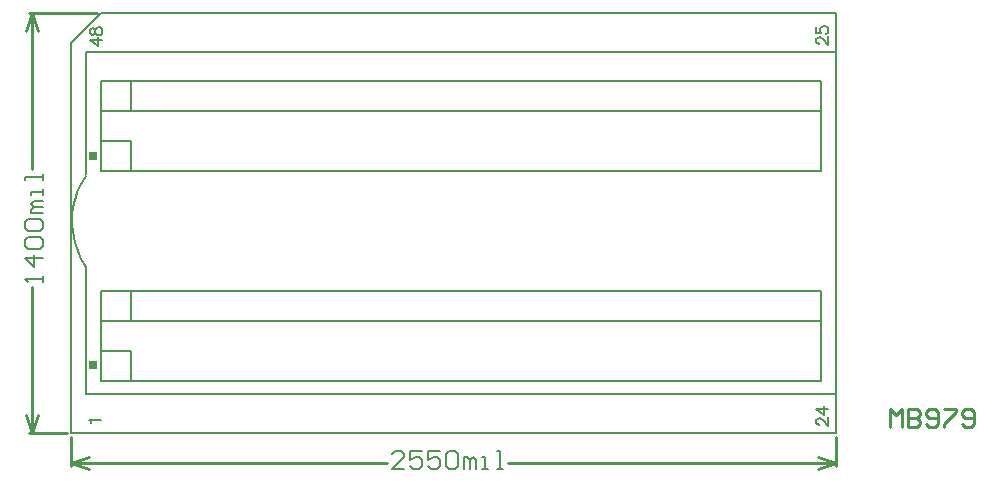
<source format=gbr>
%FSTAX23Y23*%
%MOIN*%
%SFA1B1*%

%IPPOS*%
%ADD11C,0.010000*%
%ADD12C,0.005000*%
%ADD13C,0.006000*%
%ADD17R,0.025000X0.025000*%
%LNmb979-1*%
%LPD*%
G54D11*
X5058Y4997D02*
Y5003D01*
X506Y5001*
X5062Y5003*
Y4997*
X5064Y5003D02*
Y4997D01*
X5067*
X5068Y4998*
Y4999*
X5067Y5*
X5064*
X5067*
X5068Y5001*
Y5002*
X5067Y5003*
X5064*
X507Y4998D02*
X5071Y4997D01*
X5073*
X5074Y4998*
Y5002*
X5073Y5003*
X5071*
X507Y5002*
Y5001*
X5071Y5*
X5074*
X5076Y5003D02*
X508D01*
Y5002*
X5076Y4998*
Y4997*
X5082Y4998D02*
X5083Y4997D01*
X5085*
X5086Y4998*
Y5002*
X5085Y5003*
X5083*
X5082Y5002*
Y5001*
X5083Y5*
X5086*
X504Y4984D02*
Y49938D01*
X4785Y4984D02*
Y49938D01*
X49306Y4985D02*
X504D01*
X4785D02*
X48904D01*
X5034Y4987D02*
X504Y4985D01*
X5034Y4983D02*
X504Y4985D01*
X4785D02*
X4791Y4983D01*
X4785Y4985D02*
X4791Y4987D01*
X4771Y5135D02*
X47938D01*
X4771Y4995D02*
X47838D01*
X4772Y5083D02*
Y5135D01*
Y4995D02*
Y50438D01*
X477Y5129D02*
X4772Y5135D01*
X4774Y5129*
X4772Y4995D02*
X4774Y5001D01*
X477D02*
X4772Y4995D01*
G54D12*
X47915Y51259D02*
X47942Y5124D01*
Y51269*
X47915Y51259D02*
X47955D01*
X47915Y51285D02*
X47917Y51279D01*
X47921Y51278*
X47925*
X47928Y51279*
X4793Y51283*
X47932Y51291*
X47934Y51297*
X47938Y513*
X47942Y51302*
X47947*
X47951Y513*
X47953Y51298*
X47955Y51293*
Y51285*
X47953Y51279*
X47951Y51278*
X47947Y51276*
X47942*
X47938Y51278*
X47934Y51281*
X47932Y51287*
X4793Y51295*
X47928Y51298*
X47925Y513*
X47921*
X47917Y51298*
X47915Y51293*
Y51285*
X47918Y49985D02*
X47916Y49989D01*
X4791Y49995*
X4795*
X50345Y49977D02*
X50343D01*
X50339Y49979*
X50337Y49981*
X50335Y49985*
Y49992*
X50337Y49996*
X50339Y49998*
X50343Y5*
X50346*
X5035Y49998*
X50356Y49994*
X50375Y49975*
Y50002*
X50335Y5003D02*
X50362Y50011D01*
Y50039*
X50335Y5003D02*
X50375D01*
X50345Y51247D02*
X50343D01*
X50339Y51249*
X50337Y51251*
X50335Y51255*
Y51262*
X50337Y51266*
X50339Y51268*
X50343Y5127*
X50346*
X5035Y51268*
X50356Y51264*
X50375Y51245*
Y51272*
X50335Y51303D02*
Y51284D01*
X50352Y51283*
X5035Y51284*
X50348Y5129*
Y51296*
X5035Y51302*
X50354Y51305*
X5036Y51307*
X50364*
X50369Y51305*
X50373Y51302*
X50375Y51296*
Y5129*
X50373Y51284*
X50371Y51283*
X50367Y51281*
X4795Y5135D02*
X504D01*
X4785Y4995D02*
Y5125D01*
X4795Y5135*
X504Y4995D02*
Y5135D01*
X4785Y4995D02*
X504D01*
G54D13*
X47899Y50806D02*
D01*
X47889Y50789*
X4788Y50772*
X47872Y50754*
X47866Y50736*
X47861Y50717*
X47857Y50699*
X47855Y50679*
X47854Y5066*
X47854Y50641*
X47856Y50622*
X47859Y50603*
X47863Y50584*
X47869Y50566*
X47876Y50548*
X47884Y5053*
X47893Y50514*
X47899Y50505*
X4795Y51125D02*
X4796D01*
X4795D02*
X5035D01*
X4795Y51025D02*
X5035D01*
X4795D02*
Y51125D01*
X4805Y51025D02*
Y51125D01*
X5035Y51025D02*
Y51125D01*
Y50325D02*
Y50425D01*
X4805Y50325D02*
Y50425D01*
X4795Y50325D02*
Y50425D01*
Y50325D02*
X5035D01*
X4795Y50425D02*
X5035D01*
X4795D02*
X4796D01*
X4805Y50825D02*
Y50925D01*
X4795D02*
X4805D01*
X4795Y51025D02*
X5035D01*
Y50825D02*
Y51025D01*
X4795Y50825D02*
X5035D01*
X4795D02*
Y51025D01*
X4805Y50125D02*
Y50225D01*
X4795D02*
X4805D01*
X4795Y50325D02*
X5035D01*
Y50125D02*
Y50325D01*
X4795Y50125D02*
X5035D01*
X4795D02*
Y50325D01*
X479Y50079D02*
X504D01*
Y51221*
X479D02*
X504D01*
X479Y50815D02*
Y51221D01*
Y50079D02*
Y505D01*
X4896Y4983D02*
X4892D01*
X4896Y4987*
Y4988*
X4895Y4989*
X4893*
X4892Y4988*
X4902Y4989D02*
X4898D01*
Y4986*
X49Y4987*
X4901*
X4902Y4986*
Y4984*
X4901Y4983*
X4899*
X4898Y4984*
X4908Y4989D02*
X4904D01*
Y4986*
X4906Y4987*
X4907*
X4908Y4986*
Y4984*
X4907Y4983*
X4905*
X4904Y4984*
X491Y4988D02*
X4911Y4989D01*
X4913*
X4914Y4988*
Y4984*
X4913Y4983*
X4911*
X491Y4984*
Y4988*
X4916Y4983D02*
Y4987D01*
X4917*
X4918Y4986*
Y4983*
Y4986*
X4919Y4987*
X492Y4986*
Y4983*
X4922D02*
X4924D01*
X4923*
Y4987*
X4922*
X4927Y4983D02*
X4929D01*
X4928*
Y4989*
X4927*
X47756Y50454D02*
Y50474D01*
Y50464*
X47696*
X47706Y50454*
X47756Y50534D02*
X47696D01*
X47726Y50504*
Y50544*
X47706Y50564D02*
X47696Y50574D01*
Y50594*
X47706Y50604*
X47746*
X47756Y50594*
Y50574*
X47746Y50564*
X47706*
Y50624D02*
X47696Y50634D01*
Y50654*
X47706Y50664*
X47746*
X47756Y50654*
Y50634*
X47746Y50624*
X47706*
X47756Y50684D02*
X47716D01*
Y50694*
X47726Y50704*
X47756*
X47726*
X47716Y50714*
X47726Y50724*
X47756*
Y50744D02*
Y50764D01*
Y50754*
X47716*
Y50744*
X47756Y50794D02*
Y50814D01*
Y50804*
X47696*
Y50794*
G54D17*
X47923Y50178D03*
Y50873D03*
M02*
</source>
